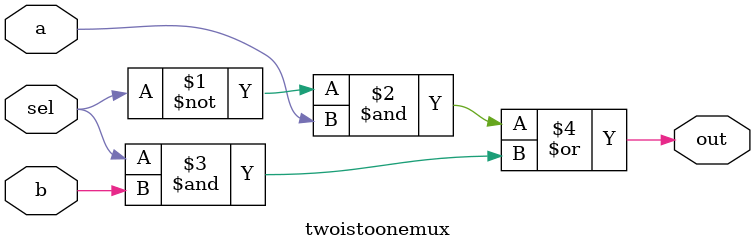
<source format=v>
module twoistoonemux(out,sel,a,b);

	input a,b,sel;
	
	output out;
	
	assign out = (~sel & a) | (sel & b);

endmodule


</source>
